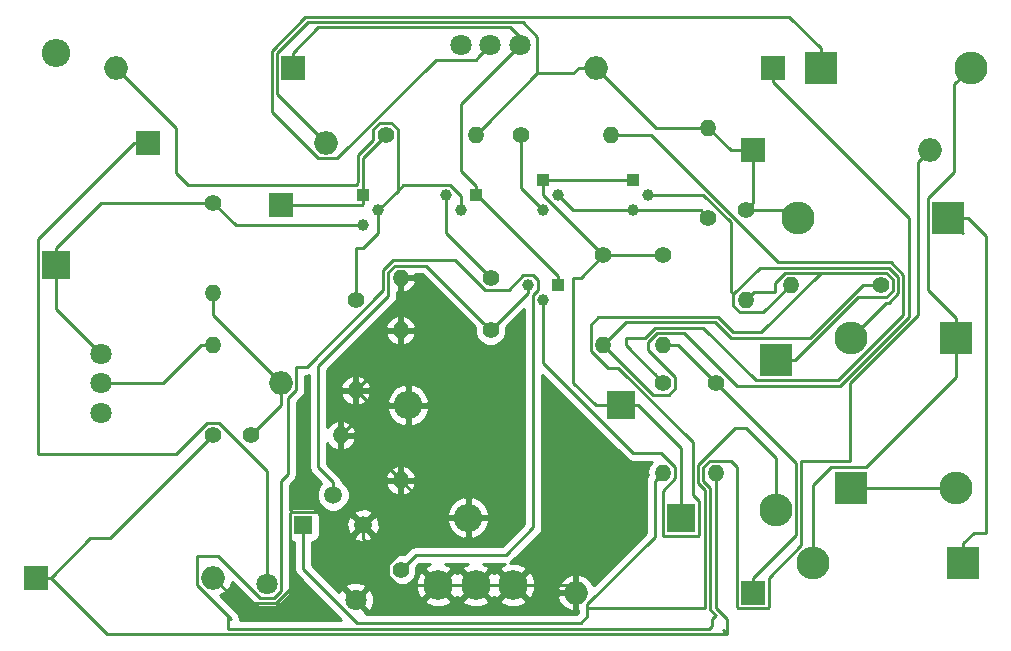
<source format=gbr>
G04 #@! TF.FileFunction,Copper,L1,Top,Signal*
%FSLAX46Y46*%
G04 Gerber Fmt 4.6, Leading zero omitted, Abs format (unit mm)*
G04 Created by KiCad (PCBNEW 4.0.5) date 06/13/17 03:11:54*
%MOMM*%
%LPD*%
G01*
G04 APERTURE LIST*
%ADD10C,0.100000*%
%ADD11R,2.000000X2.000000*%
%ADD12O,2.000000X2.000000*%
%ADD13C,1.400000*%
%ADD14O,1.400000X1.400000*%
%ADD15R,2.400000X2.400000*%
%ADD16O,2.400000X2.400000*%
%ADD17R,2.800000X2.800000*%
%ADD18O,2.800000X2.800000*%
%ADD19C,1.000000*%
%ADD20R,1.000000X1.000000*%
%ADD21C,1.800000*%
%ADD22C,2.499360*%
%ADD23C,1.520000*%
%ADD24R,1.520000X1.520000*%
%ADD25C,0.250000*%
%ADD26C,0.254000*%
G04 APERTURE END LIST*
D10*
D11*
X74535000Y-54610000D03*
D12*
X89535000Y-54610000D03*
D13*
X125095000Y-60325000D03*
D14*
X125095000Y-67945000D03*
D11*
X125730000Y-92710000D03*
D12*
X110730000Y-92710000D03*
D15*
X66675000Y-64990000D03*
D16*
X66675000Y-46990000D03*
D15*
X119600000Y-86360000D03*
D16*
X101600000Y-86360000D03*
D15*
X114520000Y-76835000D03*
D16*
X96520000Y-76835000D03*
D11*
X65010000Y-91440000D03*
D12*
X80010000Y-91440000D03*
D11*
X85725000Y-59930000D03*
D12*
X85725000Y-74930000D03*
D11*
X86755000Y-48260000D03*
D12*
X71755000Y-48260000D03*
D11*
X127395000Y-48260000D03*
D12*
X112395000Y-48260000D03*
D11*
X125730000Y-55245000D03*
D12*
X140730000Y-55245000D03*
D17*
X133985000Y-83820000D03*
D18*
X133985000Y-71120000D03*
D17*
X142875000Y-71120000D03*
D18*
X142875000Y-83820000D03*
D17*
X131445000Y-48260000D03*
D18*
X144145000Y-48260000D03*
D17*
X143510000Y-90170000D03*
D18*
X130810000Y-90170000D03*
D17*
X142240000Y-60960000D03*
D18*
X129540000Y-60960000D03*
D17*
X127635000Y-73025000D03*
D18*
X127635000Y-85725000D03*
D19*
X116840000Y-59055000D03*
X115570000Y-60325000D03*
D20*
X115570000Y-57785000D03*
D19*
X107950000Y-67945000D03*
X106680000Y-66675000D03*
D20*
X109220000Y-66675000D03*
D19*
X109220000Y-59055000D03*
X107950000Y-60325000D03*
D20*
X107950000Y-57785000D03*
D13*
X122555000Y-74930000D03*
D14*
X122555000Y-82550000D03*
D13*
X118110000Y-64135000D03*
D14*
X118110000Y-71755000D03*
D13*
X80010000Y-79375000D03*
D14*
X80010000Y-71755000D03*
D13*
X80010000Y-59690000D03*
D14*
X80010000Y-67310000D03*
D13*
X83185000Y-79375000D03*
D14*
X90805000Y-79375000D03*
D13*
X92075000Y-67945000D03*
D14*
X92075000Y-75565000D03*
D13*
X113030000Y-64135000D03*
D14*
X113030000Y-71755000D03*
D13*
X136525000Y-66675000D03*
D14*
X128905000Y-66675000D03*
D13*
X103505000Y-66040000D03*
D14*
X95885000Y-66040000D03*
D13*
X94615000Y-53975000D03*
D14*
X102235000Y-53975000D03*
D13*
X121920000Y-60960000D03*
D14*
X121920000Y-53340000D03*
D13*
X103505000Y-70485000D03*
D14*
X95885000Y-70485000D03*
D13*
X106045000Y-53975000D03*
D14*
X113665000Y-53975000D03*
D13*
X118110000Y-74930000D03*
D14*
X118110000Y-82550000D03*
D13*
X95885000Y-90805000D03*
D14*
X95885000Y-83185000D03*
D21*
X84575000Y-91945000D03*
X92075000Y-93345000D03*
D19*
X93980000Y-60325000D03*
X92710000Y-61595000D03*
D20*
X92710000Y-59055000D03*
D19*
X100965000Y-60325000D03*
X99695000Y-59055000D03*
D20*
X102235000Y-59055000D03*
D22*
X105410000Y-92075000D03*
X102235000Y-92075000D03*
X99060000Y-92075000D03*
D23*
X90170000Y-84455000D03*
X92710000Y-86995000D03*
D24*
X87630000Y-86995000D03*
D21*
X70485000Y-77470000D03*
X70485000Y-74970000D03*
X70485000Y-72470000D03*
X100965000Y-46355000D03*
X103465000Y-46355000D03*
X105965000Y-46355000D03*
D25*
X118110000Y-71755000D02*
X119380000Y-71755000D01*
X119380000Y-71755000D02*
X122555000Y-74930000D01*
X122555000Y-74930000D02*
X129360001Y-81735001D01*
X129360001Y-81735001D02*
X129360001Y-87829999D01*
X125730000Y-91460000D02*
X125730000Y-92710000D01*
X129360001Y-87829999D02*
X125730000Y-91460000D01*
X92710000Y-86995000D02*
X92710000Y-88163000D01*
X92710000Y-88163000D02*
X94859999Y-90312999D01*
X92075000Y-93345000D02*
X92974999Y-92445001D01*
X92974999Y-92445001D02*
X93711999Y-92445001D01*
X93711999Y-92445001D02*
X94859999Y-91297001D01*
X80010000Y-91440000D02*
X82190011Y-93620011D01*
X85349401Y-93620011D02*
X86544999Y-92424413D01*
X82190011Y-93620011D02*
X85349401Y-93620011D01*
X86544999Y-92424413D02*
X86544999Y-85974999D01*
X86609999Y-85909999D02*
X91624999Y-85909999D01*
X86544999Y-85974999D02*
X86609999Y-85909999D01*
X91950001Y-86235001D02*
X92710000Y-86995000D01*
X91624999Y-85909999D02*
X91950001Y-86235001D01*
X101600000Y-86360000D02*
X98812998Y-86360000D01*
X98812998Y-86360000D02*
X94859999Y-90312999D01*
X94859999Y-90312999D02*
X94859999Y-91297001D01*
X94859999Y-91297001D02*
X95637998Y-92075000D01*
X95637998Y-92075000D02*
X97292686Y-92075000D01*
X97292686Y-92075000D02*
X99060000Y-92075000D01*
X105410000Y-92075000D02*
X110095000Y-92075000D01*
X110095000Y-92075000D02*
X110730000Y-92710000D01*
X102235000Y-92075000D02*
X105410000Y-92075000D01*
X99060000Y-92075000D02*
X102235000Y-92075000D01*
X95885000Y-83185000D02*
X99060000Y-86360000D01*
X99060000Y-86360000D02*
X101600000Y-86360000D01*
X90805000Y-79375000D02*
X92075000Y-79375000D01*
X92075000Y-79375000D02*
X95885000Y-83185000D01*
X110095000Y-93345000D02*
X110730000Y-92710000D01*
X90805000Y-79375000D02*
X91504999Y-78675001D01*
X91504999Y-78675001D02*
X93345000Y-76835000D01*
X92075000Y-75565000D02*
X93345000Y-76835000D01*
X93345000Y-76835000D02*
X96520000Y-76835000D01*
X95885000Y-70485000D02*
X95885000Y-71755000D01*
X95885000Y-71755000D02*
X92075000Y-75565000D01*
X95885000Y-66040000D02*
X95885000Y-67029949D01*
X95885000Y-67029949D02*
X95885000Y-70485000D01*
X66675000Y-64990000D02*
X66675000Y-68660000D01*
X66675000Y-68660000D02*
X70485000Y-72470000D01*
X80010000Y-59690000D02*
X70525000Y-59690000D01*
X70525000Y-59690000D02*
X66675000Y-63540000D01*
X66675000Y-63540000D02*
X66675000Y-64990000D01*
X92710000Y-61595000D02*
X81915000Y-61595000D01*
X81915000Y-61595000D02*
X80010000Y-59690000D01*
X114520000Y-76835000D02*
X112395000Y-76835000D01*
X112395000Y-76835000D02*
X110490000Y-74930000D01*
X110490000Y-74930000D02*
X110490000Y-66040000D01*
X110490000Y-66040000D02*
X111125000Y-66040000D01*
X111125000Y-66040000D02*
X113030000Y-64135000D01*
X114520000Y-76835000D02*
X115970000Y-76835000D01*
X115970000Y-76835000D02*
X119600000Y-80465000D01*
X119600000Y-80465000D02*
X119600000Y-84910000D01*
X119600000Y-84910000D02*
X119600000Y-86360000D01*
X113030000Y-64135000D02*
X118110000Y-64135000D01*
X107950000Y-57785000D02*
X107950000Y-59055000D01*
X107950000Y-59055000D02*
X113030000Y-64135000D01*
X107950000Y-57785000D02*
X115570000Y-57785000D01*
X69625500Y-88074500D02*
X71310500Y-88074500D01*
X71310500Y-88074500D02*
X80010000Y-79375000D01*
X66260000Y-91440000D02*
X69625500Y-88074500D01*
X123494681Y-96215319D02*
X71035319Y-96215319D01*
X71035319Y-96215319D02*
X66260000Y-91440000D01*
X66260000Y-91440000D02*
X65010000Y-91440000D01*
X123494681Y-96215319D02*
X123164362Y-95885000D01*
X123494681Y-94919681D02*
X123494681Y-96215319D01*
X123494681Y-94919681D02*
X122555000Y-93980000D01*
X122555000Y-93980000D02*
X122555000Y-82550000D01*
X85725000Y-59930000D02*
X92585000Y-59930000D01*
X92585000Y-59930000D02*
X92710000Y-59805000D01*
X92710000Y-59805000D02*
X92710000Y-59055000D01*
X94615000Y-53975000D02*
X92710000Y-55880000D01*
X92710000Y-55880000D02*
X92710000Y-59055000D01*
X85725000Y-74930000D02*
X85725000Y-76835000D01*
X85725000Y-76835000D02*
X83185000Y-79375000D01*
X80010000Y-67310000D02*
X80010000Y-69215000D01*
X80010000Y-69215000D02*
X85725000Y-74930000D01*
X105184999Y-44859999D02*
X105965000Y-45640000D01*
X105965000Y-45640000D02*
X105965000Y-46355000D01*
X86755000Y-48260000D02*
X86755000Y-47010000D01*
X86755000Y-47010000D02*
X88905001Y-44859999D01*
X88905001Y-44859999D02*
X105184999Y-44859999D01*
X100965000Y-57035000D02*
X100965000Y-51355000D01*
X100965000Y-51355000D02*
X105965000Y-46355000D01*
X102235000Y-59055000D02*
X102235000Y-58305000D01*
X102235000Y-58305000D02*
X100965000Y-57035000D01*
X109220000Y-66675000D02*
X109220000Y-65925000D01*
X109220000Y-65925000D02*
X102350000Y-59055000D01*
X102350000Y-59055000D02*
X102235000Y-59055000D01*
X71755000Y-48260000D02*
X76835000Y-53340000D01*
X92201501Y-58039499D02*
X92259990Y-57981010D01*
X76835000Y-53340000D02*
X76835000Y-57150000D01*
X95107001Y-52949999D02*
X95640001Y-53482999D01*
X95640001Y-53482999D02*
X95640001Y-58664999D01*
X76835000Y-57150000D02*
X77914999Y-58229999D01*
X77914999Y-58229999D02*
X92201501Y-58229999D01*
X92201501Y-58229999D02*
X92201501Y-58039499D01*
X92259991Y-55693599D02*
X93589999Y-54363591D01*
X94122999Y-52949999D02*
X95107001Y-52949999D01*
X92259990Y-57981010D02*
X92259991Y-55693599D01*
X93589999Y-54363591D02*
X93589999Y-53482999D01*
X93589999Y-53482999D02*
X94122999Y-52949999D01*
X92075000Y-67945000D02*
X92075000Y-63500000D01*
X92075000Y-63500000D02*
X92710000Y-63500000D01*
X92710000Y-63500000D02*
X93980000Y-62230000D01*
X93980000Y-62230000D02*
X93980000Y-60325000D01*
X100965000Y-60325000D02*
X100965000Y-59103998D01*
X100965000Y-59103998D02*
X100091001Y-58229999D01*
X100091001Y-58229999D02*
X96075001Y-58229999D01*
X96075001Y-58229999D02*
X95640001Y-58664999D01*
X93980000Y-60325000D02*
X95640001Y-58664999D01*
X113030000Y-71755000D02*
X114955020Y-69829980D01*
X114955020Y-69829980D02*
X122534980Y-69829980D01*
X122534980Y-69829980D02*
X123825000Y-71120000D01*
X123825000Y-71120000D02*
X130553590Y-71120000D01*
X130553590Y-71120000D02*
X134998590Y-66675000D01*
X134998590Y-66675000D02*
X135535051Y-66675000D01*
X135535051Y-66675000D02*
X136525000Y-66675000D01*
X113030000Y-71755000D02*
X117230001Y-75955001D01*
X117230001Y-75955001D02*
X118602001Y-75955001D01*
X118602001Y-75955001D02*
X119135001Y-75422001D01*
X119872001Y-70729999D02*
X124342013Y-75200011D01*
X119135001Y-75422001D02*
X119135001Y-74437999D01*
X116840000Y-72142998D02*
X116840000Y-71507998D01*
X124342013Y-75200011D02*
X133094401Y-75200011D01*
X119135001Y-74437999D02*
X116840000Y-72142998D01*
X116840000Y-71507998D02*
X117617999Y-70729999D01*
X138900029Y-69394383D02*
X138900029Y-61015029D01*
X138900029Y-61015029D02*
X127395000Y-49510000D01*
X117617999Y-70729999D02*
X119872001Y-70729999D01*
X133094401Y-75200011D02*
X138900029Y-69394383D01*
X127395000Y-49510000D02*
X127395000Y-48260000D01*
X125095000Y-60325000D02*
X128905000Y-60325000D01*
X128905000Y-60325000D02*
X129540000Y-60960000D01*
X125730000Y-55245000D02*
X125730000Y-59690000D01*
X125730000Y-59690000D02*
X125095000Y-60325000D01*
X121920000Y-53340000D02*
X123825000Y-55245000D01*
X123825000Y-55245000D02*
X125730000Y-55245000D01*
X112395000Y-48260000D02*
X117475000Y-53340000D01*
X117475000Y-53340000D02*
X121920000Y-53340000D01*
X112395000Y-48260000D02*
X110980787Y-48260000D01*
X110980787Y-48260000D02*
X110490788Y-48749999D01*
X110490788Y-48749999D02*
X107460001Y-48749999D01*
X89535000Y-54610000D02*
X85429999Y-50504999D01*
X85429999Y-50504999D02*
X85429999Y-46999999D01*
X107460001Y-48749999D02*
X102934999Y-53275001D01*
X85429999Y-46999999D02*
X88020008Y-44409990D01*
X106232592Y-44409990D02*
X107460001Y-45637399D01*
X88020008Y-44409990D02*
X106232592Y-44409990D01*
X107460001Y-45637399D02*
X107460001Y-48749999D01*
X102934999Y-53275001D02*
X102235000Y-53975000D01*
X86360000Y-82700002D02*
X86360000Y-76200000D01*
X85800001Y-83260001D02*
X86360000Y-82700002D01*
X85163001Y-93170001D02*
X85800001Y-92533001D01*
X85800001Y-92533001D02*
X85800001Y-83260001D01*
X78684999Y-92076001D02*
X81280000Y-94671002D01*
X81280000Y-94671002D02*
X81528678Y-94919680D01*
X81280000Y-95765309D02*
X81280000Y-94671002D01*
X122039691Y-95765309D02*
X81280000Y-95765309D01*
X122250320Y-94919680D02*
X122250320Y-95554680D01*
X122250320Y-95554680D02*
X122039691Y-95765309D01*
X133926401Y-81548601D02*
X133926401Y-75004421D01*
X133926401Y-75004421D02*
X139730001Y-69200821D01*
X139730001Y-69200821D02*
X139730001Y-56244999D01*
X139730001Y-56244999D02*
X140730000Y-55245000D01*
X107124999Y-67501411D02*
X107505001Y-67121409D01*
X107505001Y-67121409D02*
X107505001Y-66278999D01*
X95885000Y-90805000D02*
X97155000Y-89535000D01*
X124469999Y-94035001D02*
X126990001Y-94035001D01*
X100512987Y-64564989D02*
X95206599Y-64564989D01*
X95206599Y-64564989D02*
X94409990Y-65361598D01*
X97155000Y-89535000D02*
X104775000Y-89535000D01*
X94409989Y-67127013D02*
X87932003Y-73604999D01*
X104775000Y-89535000D02*
X107124999Y-87185001D01*
X122104990Y-83820000D02*
X121529999Y-83245009D01*
X122250320Y-94919680D02*
X122554295Y-94615705D01*
X124404999Y-82053589D02*
X124404999Y-93970001D01*
X107124999Y-87185001D02*
X107124999Y-67501411D01*
X121529999Y-83245009D02*
X121529999Y-82057999D01*
X107505001Y-66278999D02*
X107076001Y-65849999D01*
X105068997Y-67065001D02*
X103012999Y-67065001D01*
X126990001Y-94035001D02*
X127055001Y-93970001D01*
X107076001Y-65849999D02*
X106283999Y-65849999D01*
X106283999Y-65849999D02*
X105068997Y-67065001D01*
X103012999Y-67065001D02*
X100512987Y-64564989D01*
X122554295Y-94615705D02*
X122104990Y-94166400D01*
X94409990Y-65361598D02*
X94409989Y-67127013D01*
X87932003Y-73604999D02*
X87050001Y-73604999D01*
X87050001Y-73604999D02*
X87050001Y-75566001D01*
X78684999Y-89590001D02*
X78684999Y-92076001D01*
X87050001Y-75566001D02*
X86361001Y-76255001D01*
X85163001Y-93170001D02*
X83986999Y-93170001D01*
X83986999Y-93170001D02*
X80406999Y-89590001D01*
X80406999Y-89590001D02*
X78684999Y-89590001D01*
X122104990Y-94166400D02*
X122104990Y-83820000D01*
X129810011Y-81548601D02*
X133926401Y-81548601D01*
X121529999Y-82057999D02*
X122062999Y-81524999D01*
X122062999Y-81524999D02*
X123876409Y-81524999D01*
X123876409Y-81524999D02*
X124404999Y-82053589D01*
X124404999Y-93970001D02*
X124469999Y-94035001D01*
X127055001Y-93970001D02*
X127055001Y-91449999D01*
X127055001Y-91449999D02*
X129810011Y-88694989D01*
X129810011Y-88694989D02*
X129810011Y-81548601D01*
X65151000Y-80962500D02*
X76905498Y-80962500D01*
X76905498Y-80962500D02*
X79517999Y-78349999D01*
X79517999Y-78349999D02*
X80502001Y-78349999D01*
X80502001Y-78349999D02*
X84575000Y-82422998D01*
X84575000Y-82422998D02*
X84575000Y-90672208D01*
X84575000Y-90672208D02*
X84575000Y-91945000D01*
X65151000Y-77660500D02*
X65151000Y-80962500D01*
X65149999Y-77659499D02*
X65151000Y-77660500D01*
X74535000Y-54610000D02*
X73285000Y-54610000D01*
X73285000Y-54610000D02*
X65149999Y-62745001D01*
X65149999Y-62745001D02*
X65149999Y-77659499D01*
X135635000Y-83820000D02*
X142875000Y-83820000D01*
X133985000Y-83820000D02*
X135635000Y-83820000D01*
X123825000Y-61347998D02*
X123825000Y-67208000D01*
X123825000Y-67208000D02*
X124069999Y-67452999D01*
X116840000Y-59055000D02*
X121532002Y-59055000D01*
X121532002Y-59055000D02*
X123825000Y-61347998D01*
X137203401Y-68150011D02*
X136954989Y-68150011D01*
X136954989Y-68150011D02*
X133985000Y-71120000D01*
X128905000Y-66675000D02*
X126609999Y-68970001D01*
X124069999Y-68437001D02*
X124069999Y-67452999D01*
X126609999Y-68970001D02*
X124602999Y-68970001D01*
X124602999Y-68970001D02*
X124069999Y-68437001D01*
X124069999Y-67452999D02*
X126323009Y-65199989D01*
X126323009Y-65199989D02*
X137203402Y-65199990D01*
X137203402Y-65199990D02*
X138000011Y-65996599D01*
X138000011Y-65996599D02*
X138000010Y-67353402D01*
X138000010Y-67353402D02*
X137203401Y-68150011D01*
X142875000Y-71120000D02*
X142875000Y-74474999D01*
X142875000Y-74474999D02*
X135255000Y-82094999D01*
X135255000Y-82094999D02*
X132324999Y-82094999D01*
X132324999Y-82094999D02*
X130810000Y-83609998D01*
X130810000Y-83609998D02*
X130810000Y-88190102D01*
X130810000Y-88190102D02*
X130810000Y-90170000D01*
X144145000Y-48260000D02*
X142745001Y-49659999D01*
X142745001Y-49659999D02*
X142745001Y-57069997D01*
X142745001Y-57069997D02*
X140514999Y-59299999D01*
X140514999Y-59299999D02*
X140514999Y-67109999D01*
X140514999Y-67109999D02*
X142875000Y-69470000D01*
X142875000Y-69470000D02*
X142875000Y-71120000D01*
X131445000Y-48260000D02*
X131445000Y-46610000D01*
X131445000Y-46610000D02*
X128794980Y-43959980D01*
X84979989Y-46813599D02*
X84979989Y-52015991D01*
X128794980Y-43959980D02*
X87833607Y-43959981D01*
X87833607Y-43959981D02*
X84979989Y-46813599D01*
X84979989Y-52015991D02*
X88898999Y-55935001D01*
X88898999Y-55935001D02*
X90501587Y-55935001D01*
X90501587Y-55935001D02*
X98856587Y-47580001D01*
X98856587Y-47580001D02*
X102239999Y-47580001D01*
X102239999Y-47580001D02*
X102565001Y-47254999D01*
X102565001Y-47254999D02*
X103465000Y-46355000D01*
X145415000Y-87630000D02*
X144400000Y-87630000D01*
X144400000Y-87630000D02*
X143510000Y-88520000D01*
X143510000Y-88520000D02*
X143510000Y-90170000D01*
X145415000Y-62485000D02*
X145415000Y-87630000D01*
X142240000Y-60960000D02*
X143890000Y-60960000D01*
X143890000Y-60960000D02*
X145415000Y-62485000D01*
X143510000Y-62230000D02*
X142240000Y-60960000D01*
X128412999Y-65649999D02*
X131445000Y-65649999D01*
X131445000Y-65649999D02*
X137017001Y-65649999D01*
X114299295Y-73660705D02*
X113418703Y-73660705D01*
X107950000Y-67945000D02*
X107950000Y-73250002D01*
X107950000Y-73250002D02*
X115570000Y-80870002D01*
X121125001Y-87789999D02*
X121125001Y-84930001D01*
X115570000Y-80870002D02*
X117947004Y-80870002D01*
X117947004Y-80870002D02*
X119135001Y-82057999D01*
X119135001Y-82057999D02*
X119135001Y-83042001D01*
X119135001Y-83042001D02*
X118074999Y-84102003D01*
X118074999Y-84102003D02*
X118074999Y-87820001D01*
X120629980Y-79991390D02*
X114299295Y-73660705D01*
X118074999Y-87820001D02*
X118139999Y-87885001D01*
X120629980Y-84434980D02*
X120629980Y-79991390D01*
X121125001Y-84930001D02*
X120629980Y-84434980D01*
X118139999Y-87885001D02*
X121029999Y-87885001D01*
X121029999Y-87885001D02*
X121125001Y-87789999D01*
X113418703Y-73660705D02*
X112004999Y-72247001D01*
X112004999Y-72247001D02*
X112004999Y-70013613D01*
X112004999Y-70013613D02*
X112638641Y-69379971D01*
X112638641Y-69379971D02*
X122721381Y-69379971D01*
X122721381Y-69379971D02*
X124011400Y-70669990D01*
X124011400Y-70669990D02*
X126425009Y-70669990D01*
X126425009Y-70669990D02*
X131445000Y-65649999D01*
X134609999Y-67700001D02*
X137017001Y-67700001D01*
X127635000Y-73025000D02*
X129285000Y-73025000D01*
X129285000Y-73025000D02*
X134609999Y-67700001D01*
X125095000Y-67945000D02*
X125794999Y-67245001D01*
X125794999Y-67245001D02*
X127570001Y-67245001D01*
X137550001Y-67167001D02*
X137017001Y-67700001D01*
X127570001Y-67245001D02*
X127570001Y-66492997D01*
X127570001Y-66492997D02*
X128412999Y-65649999D01*
X137550001Y-66182999D02*
X137550001Y-67167001D01*
X137017001Y-65649999D02*
X137550001Y-66182999D01*
X87630000Y-86995000D02*
X87630000Y-90713002D01*
X87630000Y-90713002D02*
X92166998Y-95250000D01*
X92166998Y-95250000D02*
X111125000Y-95250000D01*
X111125000Y-95250000D02*
X111704999Y-94670001D01*
X111704999Y-94670001D02*
X111704999Y-94035001D01*
X121654980Y-84006400D02*
X121079989Y-83431409D01*
X121079989Y-83431409D02*
X121079990Y-81871598D01*
X121079990Y-81871598D02*
X124211588Y-78740000D01*
X124211588Y-78740000D02*
X125095000Y-78740000D01*
X121654980Y-93980000D02*
X121654980Y-84006400D01*
X121392182Y-93980000D02*
X121654980Y-93980000D01*
X111704999Y-94035001D02*
X121337181Y-94035001D01*
X121337181Y-94035001D02*
X121392182Y-93980000D01*
X118110000Y-82550000D02*
X117410001Y-83249999D01*
X117410001Y-83249999D02*
X117410001Y-87991001D01*
X117410001Y-87991001D02*
X111704999Y-93696003D01*
X111704999Y-93696003D02*
X111704999Y-94035001D01*
X127635000Y-81280000D02*
X127635000Y-85725000D01*
X125095000Y-78740000D02*
X127635000Y-81280000D01*
X115570000Y-60325000D02*
X121285000Y-60325000D01*
X121285000Y-60325000D02*
X121920000Y-60960000D01*
X115570000Y-60325000D02*
X110490000Y-60325000D01*
X110490000Y-60325000D02*
X109220000Y-59055000D01*
X90170000Y-84455000D02*
X90170000Y-83380198D01*
X90170000Y-83380198D02*
X88900000Y-82110198D01*
X88900000Y-82110198D02*
X88900000Y-73558000D01*
X103505000Y-70485000D02*
X106680000Y-67310000D01*
X106680000Y-67310000D02*
X106680000Y-66675000D01*
X88900000Y-73558000D02*
X94859999Y-67598001D01*
X94859999Y-67598001D02*
X94859999Y-65547999D01*
X94859999Y-65547999D02*
X95392999Y-65014999D01*
X98034999Y-65014999D02*
X102805001Y-69785001D01*
X95392999Y-65014999D02*
X98034999Y-65014999D01*
X102805001Y-69785001D02*
X103505000Y-70485000D01*
X107950000Y-60325000D02*
X106045000Y-58420000D01*
X106045000Y-58420000D02*
X106045000Y-53975000D01*
X80010000Y-71755000D02*
X79020051Y-71755000D01*
X79020051Y-71755000D02*
X75805051Y-74970000D01*
X75805051Y-74970000D02*
X71757792Y-74970000D01*
X71757792Y-74970000D02*
X70485000Y-74970000D01*
X103505000Y-66040000D02*
X99695000Y-62230000D01*
X99695000Y-62230000D02*
X99695000Y-59055000D01*
X118110000Y-74930000D02*
X114935000Y-71755000D01*
X114935000Y-71755000D02*
X114935000Y-71120000D01*
X125974999Y-74750001D02*
X132908001Y-74750001D01*
X138450020Y-69207982D02*
X138450020Y-65810200D01*
X114935000Y-71120000D02*
X116591588Y-71120000D01*
X116591588Y-71120000D02*
X117431599Y-70279989D01*
X117088412Y-53975000D02*
X113665000Y-53975000D01*
X117431599Y-70279989D02*
X121504987Y-70279989D01*
X121504987Y-70279989D02*
X125974999Y-74750001D01*
X132908001Y-74750001D02*
X138450020Y-69207982D01*
X138450020Y-65810200D02*
X137389803Y-64749981D01*
X137389803Y-64749981D02*
X127863393Y-64749981D01*
X127863393Y-64749981D02*
X117088412Y-53975000D01*
X117410001Y-74230001D02*
X118110000Y-74930000D01*
D26*
G36*
X86618110Y-88351431D02*
X86870000Y-88402440D01*
X86870000Y-90713002D01*
X86927852Y-91003841D01*
X87092599Y-91250403D01*
X90847505Y-95005309D01*
X82271645Y-95005309D01*
X82288678Y-94919680D01*
X82230826Y-94628841D01*
X82066079Y-94382279D01*
X80612001Y-92928201D01*
X80969994Y-92763505D01*
X81403402Y-92295385D01*
X81589143Y-91846947D01*
X83449598Y-93707402D01*
X83696160Y-93872149D01*
X83986999Y-93930001D01*
X85163001Y-93930001D01*
X85453840Y-93872149D01*
X85700402Y-93707402D01*
X86337402Y-93070402D01*
X86502149Y-92823840D01*
X86560001Y-92533001D01*
X86560001Y-88311727D01*
X86618110Y-88351431D01*
X86618110Y-88351431D01*
G37*
X86618110Y-88351431D02*
X86870000Y-88402440D01*
X86870000Y-90713002D01*
X86927852Y-91003841D01*
X87092599Y-91250403D01*
X90847505Y-95005309D01*
X82271645Y-95005309D01*
X82288678Y-94919680D01*
X82230826Y-94628841D01*
X82066079Y-94382279D01*
X80612001Y-92928201D01*
X80969994Y-92763505D01*
X81403402Y-92295385D01*
X81589143Y-91846947D01*
X83449598Y-93707402D01*
X83696160Y-93872149D01*
X83986999Y-93930001D01*
X85163001Y-93930001D01*
X85453840Y-93872149D01*
X85700402Y-93707402D01*
X86337402Y-93070402D01*
X86502149Y-92823840D01*
X86560001Y-92533001D01*
X86560001Y-88311727D01*
X86618110Y-88351431D01*
G36*
X102170226Y-70225028D02*
X102169769Y-70749383D01*
X102372582Y-71240229D01*
X102747796Y-71616098D01*
X103238287Y-71819768D01*
X103769383Y-71820231D01*
X104260229Y-71617418D01*
X104636098Y-71242204D01*
X104839768Y-70751713D01*
X104840228Y-70224574D01*
X106364999Y-68699803D01*
X106364999Y-86870199D01*
X104460198Y-88775000D01*
X97155000Y-88775000D01*
X96864160Y-88832852D01*
X96617599Y-88997599D01*
X96144972Y-89470226D01*
X95620617Y-89469769D01*
X95129771Y-89672582D01*
X94753902Y-90047796D01*
X94550232Y-90538287D01*
X94549769Y-91069383D01*
X94752582Y-91560229D01*
X95127796Y-91936098D01*
X95618287Y-92139768D01*
X96149383Y-92140231D01*
X96640229Y-91937418D01*
X96827089Y-91750883D01*
X97165929Y-91750883D01*
X97186072Y-92500384D01*
X97434141Y-93099275D01*
X97726911Y-93228483D01*
X98880395Y-92075000D01*
X99239605Y-92075000D01*
X100393089Y-93228483D01*
X100647500Y-93116204D01*
X100901911Y-93228483D01*
X102055395Y-92075000D01*
X102414605Y-92075000D01*
X103568089Y-93228483D01*
X103822500Y-93116204D01*
X104076911Y-93228483D01*
X105230395Y-92075000D01*
X105589605Y-92075000D01*
X106743089Y-93228483D01*
X107035859Y-93099275D01*
X107039245Y-93090434D01*
X109139876Y-93090434D01*
X109336598Y-93565385D01*
X109770006Y-94033505D01*
X110349565Y-94300133D01*
X110603000Y-94181319D01*
X110603000Y-92837000D01*
X109259223Y-92837000D01*
X109139876Y-93090434D01*
X107039245Y-93090434D01*
X107304071Y-92399117D01*
X107302202Y-92329566D01*
X109139876Y-92329566D01*
X109259223Y-92583000D01*
X110603000Y-92583000D01*
X110603000Y-91238681D01*
X110349565Y-91119867D01*
X109770006Y-91386495D01*
X109336598Y-91854615D01*
X109139876Y-92329566D01*
X107302202Y-92329566D01*
X107283928Y-91649616D01*
X107035859Y-91050725D01*
X106743089Y-90921517D01*
X105589605Y-92075000D01*
X105230395Y-92075000D01*
X104076911Y-90921517D01*
X103822500Y-91033796D01*
X103568089Y-90921517D01*
X102414605Y-92075000D01*
X102055395Y-92075000D01*
X100901911Y-90921517D01*
X100647500Y-91033796D01*
X100393089Y-90921517D01*
X99239605Y-92075000D01*
X98880395Y-92075000D01*
X97726911Y-90921517D01*
X97434141Y-91050725D01*
X97165929Y-91750883D01*
X96827089Y-91750883D01*
X97016098Y-91562204D01*
X97219768Y-91071713D01*
X97220228Y-90544574D01*
X97469802Y-90295000D01*
X98407854Y-90295000D01*
X98035725Y-90449141D01*
X97906517Y-90741911D01*
X99060000Y-91895395D01*
X100213483Y-90741911D01*
X100084275Y-90449141D01*
X99681895Y-90295000D01*
X101582854Y-90295000D01*
X101210725Y-90449141D01*
X101081517Y-90741911D01*
X102235000Y-91895395D01*
X103388483Y-90741911D01*
X103259275Y-90449141D01*
X102856895Y-90295000D01*
X104757854Y-90295000D01*
X104385725Y-90449141D01*
X104256517Y-90741911D01*
X105410000Y-91895395D01*
X106563483Y-90741911D01*
X106434275Y-90449141D01*
X105734117Y-90180929D01*
X105125497Y-90197286D01*
X105312401Y-90072401D01*
X107662400Y-87722402D01*
X107827147Y-87475841D01*
X107847732Y-87372352D01*
X107884999Y-87185001D01*
X107884999Y-74259803D01*
X115032599Y-81407403D01*
X115279160Y-81572150D01*
X115570000Y-81630002D01*
X117132507Y-81630002D01*
X116876621Y-82012964D01*
X116775000Y-82523846D01*
X116775000Y-82576154D01*
X116818304Y-82793858D01*
X116707853Y-82959160D01*
X116650001Y-83249999D01*
X116650001Y-87676199D01*
X112225379Y-92100821D01*
X112123402Y-91854615D01*
X111689994Y-91386495D01*
X111110435Y-91119867D01*
X110857000Y-91238681D01*
X110857000Y-92583000D01*
X110877000Y-92583000D01*
X110877000Y-92837000D01*
X110857000Y-92837000D01*
X110857000Y-94181319D01*
X110944999Y-94222574D01*
X110944999Y-94355199D01*
X110810198Y-94490000D01*
X92953710Y-94490000D01*
X92975554Y-94425159D01*
X92075000Y-93524605D01*
X92060858Y-93538748D01*
X91881253Y-93359143D01*
X91895395Y-93345000D01*
X92254605Y-93345000D01*
X93155159Y-94245554D01*
X93411643Y-94159148D01*
X93621458Y-93585664D01*
X93614002Y-93408089D01*
X97906517Y-93408089D01*
X98035725Y-93700859D01*
X98735883Y-93969071D01*
X99485384Y-93948928D01*
X100084275Y-93700859D01*
X100213483Y-93408089D01*
X101081517Y-93408089D01*
X101210725Y-93700859D01*
X101910883Y-93969071D01*
X102660384Y-93948928D01*
X103259275Y-93700859D01*
X103388483Y-93408089D01*
X104256517Y-93408089D01*
X104385725Y-93700859D01*
X105085883Y-93969071D01*
X105835384Y-93948928D01*
X106434275Y-93700859D01*
X106563483Y-93408089D01*
X105410000Y-92254605D01*
X104256517Y-93408089D01*
X103388483Y-93408089D01*
X102235000Y-92254605D01*
X101081517Y-93408089D01*
X100213483Y-93408089D01*
X99060000Y-92254605D01*
X97906517Y-93408089D01*
X93614002Y-93408089D01*
X93595839Y-92975540D01*
X93411643Y-92530852D01*
X93155159Y-92444446D01*
X92254605Y-93345000D01*
X91895395Y-93345000D01*
X90994841Y-92444446D01*
X90738357Y-92530852D01*
X90680578Y-92688778D01*
X90256641Y-92264841D01*
X91174446Y-92264841D01*
X92075000Y-93165395D01*
X92975554Y-92264841D01*
X92889148Y-92008357D01*
X92315664Y-91798542D01*
X91705540Y-91824161D01*
X91260852Y-92008357D01*
X91174446Y-92264841D01*
X90256641Y-92264841D01*
X88390000Y-90398200D01*
X88390000Y-88402440D01*
X88625317Y-88358162D01*
X88841441Y-88219090D01*
X88986431Y-88006890D01*
X88993139Y-87973764D01*
X91910841Y-87973764D01*
X91980059Y-88215742D01*
X92502780Y-88402155D01*
X93057049Y-88374341D01*
X93439941Y-88215742D01*
X93509159Y-87973764D01*
X92710000Y-87174605D01*
X91910841Y-87973764D01*
X88993139Y-87973764D01*
X89037440Y-87755000D01*
X89037440Y-86787780D01*
X91302845Y-86787780D01*
X91330659Y-87342049D01*
X91489258Y-87724941D01*
X91731236Y-87794159D01*
X92530395Y-86995000D01*
X92889605Y-86995000D01*
X93688764Y-87794159D01*
X93930742Y-87724941D01*
X94117155Y-87202220D01*
X94095557Y-86771805D01*
X99811805Y-86771805D01*
X100044358Y-87333258D01*
X100535224Y-87854492D01*
X101188193Y-88148203D01*
X101473000Y-88031858D01*
X101473000Y-86487000D01*
X101727000Y-86487000D01*
X101727000Y-88031858D01*
X102011807Y-88148203D01*
X102664776Y-87854492D01*
X103155642Y-87333258D01*
X103388195Y-86771805D01*
X103271432Y-86487000D01*
X101727000Y-86487000D01*
X101473000Y-86487000D01*
X99928568Y-86487000D01*
X99811805Y-86771805D01*
X94095557Y-86771805D01*
X94089341Y-86647951D01*
X93930742Y-86265059D01*
X93688764Y-86195841D01*
X92889605Y-86995000D01*
X92530395Y-86995000D01*
X91731236Y-86195841D01*
X91489258Y-86265059D01*
X91302845Y-86787780D01*
X89037440Y-86787780D01*
X89037440Y-86235000D01*
X88996277Y-86016236D01*
X91910841Y-86016236D01*
X92710000Y-86815395D01*
X93509159Y-86016236D01*
X93489696Y-85948195D01*
X99811805Y-85948195D01*
X99928568Y-86233000D01*
X101473000Y-86233000D01*
X101473000Y-84688142D01*
X101727000Y-84688142D01*
X101727000Y-86233000D01*
X103271432Y-86233000D01*
X103388195Y-85948195D01*
X103155642Y-85386742D01*
X102664776Y-84865508D01*
X102011807Y-84571797D01*
X101727000Y-84688142D01*
X101473000Y-84688142D01*
X101188193Y-84571797D01*
X100535224Y-84865508D01*
X100044358Y-85386742D01*
X99811805Y-85948195D01*
X93489696Y-85948195D01*
X93439941Y-85774258D01*
X92917220Y-85587845D01*
X92362951Y-85615659D01*
X91980059Y-85774258D01*
X91910841Y-86016236D01*
X88996277Y-86016236D01*
X88993162Y-85999683D01*
X88854090Y-85783559D01*
X88641890Y-85638569D01*
X88390000Y-85587560D01*
X86870000Y-85587560D01*
X86634683Y-85631838D01*
X86560001Y-85679895D01*
X86560001Y-83574803D01*
X86897401Y-83237403D01*
X87062148Y-82990842D01*
X87120000Y-82700002D01*
X87120000Y-76570804D01*
X87587402Y-76103402D01*
X87752149Y-75856840D01*
X87810001Y-75566001D01*
X87810001Y-74364999D01*
X87932003Y-74364999D01*
X88140000Y-74323625D01*
X88140000Y-82110198D01*
X88197852Y-82401037D01*
X88362599Y-82647599D01*
X89183585Y-83468585D01*
X88988066Y-83663764D01*
X88775242Y-84176300D01*
X88774758Y-84731265D01*
X88986687Y-85244172D01*
X89378764Y-85636934D01*
X89891300Y-85849758D01*
X90446265Y-85850242D01*
X90959172Y-85638313D01*
X91351934Y-85246236D01*
X91564758Y-84733700D01*
X91565242Y-84178735D01*
X91353313Y-83665828D01*
X91206074Y-83518331D01*
X94592273Y-83518331D01*
X94818236Y-83987663D01*
X95206604Y-84334797D01*
X95551671Y-84477716D01*
X95758000Y-84354374D01*
X95758000Y-83312000D01*
X96012000Y-83312000D01*
X96012000Y-84354374D01*
X96218329Y-84477716D01*
X96563396Y-84334797D01*
X96951764Y-83987663D01*
X97177727Y-83518331D01*
X97055206Y-83312000D01*
X96012000Y-83312000D01*
X95758000Y-83312000D01*
X94714794Y-83312000D01*
X94592273Y-83518331D01*
X91206074Y-83518331D01*
X90961236Y-83273066D01*
X90903959Y-83249283D01*
X90872148Y-83089358D01*
X90713330Y-82851669D01*
X94592273Y-82851669D01*
X94714794Y-83058000D01*
X95758000Y-83058000D01*
X95758000Y-82015626D01*
X96012000Y-82015626D01*
X96012000Y-83058000D01*
X97055206Y-83058000D01*
X97177727Y-82851669D01*
X96951764Y-82382337D01*
X96563396Y-82035203D01*
X96218329Y-81892284D01*
X96012000Y-82015626D01*
X95758000Y-82015626D01*
X95551671Y-81892284D01*
X95206604Y-82035203D01*
X94818236Y-82382337D01*
X94592273Y-82851669D01*
X90713330Y-82851669D01*
X90707401Y-82842797D01*
X89660000Y-81795396D01*
X89660000Y-80058763D01*
X90002337Y-80441764D01*
X90471669Y-80667727D01*
X90678000Y-80545206D01*
X90678000Y-79502000D01*
X90932000Y-79502000D01*
X90932000Y-80545206D01*
X91138331Y-80667727D01*
X91607663Y-80441764D01*
X91954797Y-80053396D01*
X92097716Y-79708329D01*
X91974374Y-79502000D01*
X90932000Y-79502000D01*
X90678000Y-79502000D01*
X90658000Y-79502000D01*
X90658000Y-79248000D01*
X90678000Y-79248000D01*
X90678000Y-78204794D01*
X90932000Y-78204794D01*
X90932000Y-79248000D01*
X91974374Y-79248000D01*
X92097716Y-79041671D01*
X91954797Y-78696604D01*
X91607663Y-78308236D01*
X91138331Y-78082273D01*
X90932000Y-78204794D01*
X90678000Y-78204794D01*
X90471669Y-78082273D01*
X90002337Y-78308236D01*
X89660000Y-78691237D01*
X89660000Y-77246805D01*
X94731805Y-77246805D01*
X94964358Y-77808258D01*
X95455224Y-78329492D01*
X96108193Y-78623203D01*
X96393000Y-78506858D01*
X96393000Y-76962000D01*
X96647000Y-76962000D01*
X96647000Y-78506858D01*
X96931807Y-78623203D01*
X97584776Y-78329492D01*
X98075642Y-77808258D01*
X98308195Y-77246805D01*
X98191432Y-76962000D01*
X96647000Y-76962000D01*
X96393000Y-76962000D01*
X94848568Y-76962000D01*
X94731805Y-77246805D01*
X89660000Y-77246805D01*
X89660000Y-75898331D01*
X90782273Y-75898331D01*
X91008236Y-76367663D01*
X91396604Y-76714797D01*
X91741671Y-76857716D01*
X91948000Y-76734374D01*
X91948000Y-75692000D01*
X92202000Y-75692000D01*
X92202000Y-76734374D01*
X92408329Y-76857716D01*
X92753396Y-76714797D01*
X93079635Y-76423195D01*
X94731805Y-76423195D01*
X94848568Y-76708000D01*
X96393000Y-76708000D01*
X96393000Y-75163142D01*
X96647000Y-75163142D01*
X96647000Y-76708000D01*
X98191432Y-76708000D01*
X98308195Y-76423195D01*
X98075642Y-75861742D01*
X97584776Y-75340508D01*
X96931807Y-75046797D01*
X96647000Y-75163142D01*
X96393000Y-75163142D01*
X96108193Y-75046797D01*
X95455224Y-75340508D01*
X94964358Y-75861742D01*
X94731805Y-76423195D01*
X93079635Y-76423195D01*
X93141764Y-76367663D01*
X93367727Y-75898331D01*
X93245206Y-75692000D01*
X92202000Y-75692000D01*
X91948000Y-75692000D01*
X90904794Y-75692000D01*
X90782273Y-75898331D01*
X89660000Y-75898331D01*
X89660000Y-75231669D01*
X90782273Y-75231669D01*
X90904794Y-75438000D01*
X91948000Y-75438000D01*
X91948000Y-74395626D01*
X92202000Y-74395626D01*
X92202000Y-75438000D01*
X93245206Y-75438000D01*
X93367727Y-75231669D01*
X93141764Y-74762337D01*
X92753396Y-74415203D01*
X92408329Y-74272284D01*
X92202000Y-74395626D01*
X91948000Y-74395626D01*
X91741671Y-74272284D01*
X91396604Y-74415203D01*
X91008236Y-74762337D01*
X90782273Y-75231669D01*
X89660000Y-75231669D01*
X89660000Y-73872802D01*
X92714473Y-70818329D01*
X94592284Y-70818329D01*
X94735203Y-71163396D01*
X95082337Y-71551764D01*
X95551669Y-71777727D01*
X95758000Y-71655206D01*
X95758000Y-70612000D01*
X96012000Y-70612000D01*
X96012000Y-71655206D01*
X96218331Y-71777727D01*
X96687663Y-71551764D01*
X97034797Y-71163396D01*
X97177716Y-70818329D01*
X97054374Y-70612000D01*
X96012000Y-70612000D01*
X95758000Y-70612000D01*
X94715626Y-70612000D01*
X94592284Y-70818329D01*
X92714473Y-70818329D01*
X93381131Y-70151671D01*
X94592284Y-70151671D01*
X94715626Y-70358000D01*
X95758000Y-70358000D01*
X95758000Y-69314794D01*
X96012000Y-69314794D01*
X96012000Y-70358000D01*
X97054374Y-70358000D01*
X97177716Y-70151671D01*
X97034797Y-69806604D01*
X96687663Y-69418236D01*
X96218331Y-69192273D01*
X96012000Y-69314794D01*
X95758000Y-69314794D01*
X95551669Y-69192273D01*
X95082337Y-69418236D01*
X94735203Y-69806604D01*
X94592284Y-70151671D01*
X93381131Y-70151671D01*
X95397400Y-68135402D01*
X95562147Y-67888841D01*
X95577790Y-67810197D01*
X95619999Y-67598001D01*
X95619999Y-67292152D01*
X95758000Y-67210206D01*
X95758000Y-66167000D01*
X96012000Y-66167000D01*
X96012000Y-67210206D01*
X96218331Y-67332727D01*
X96687663Y-67106764D01*
X97034797Y-66718396D01*
X97177716Y-66373329D01*
X97054374Y-66167000D01*
X96012000Y-66167000D01*
X95758000Y-66167000D01*
X95738000Y-66167000D01*
X95738000Y-65913000D01*
X95758000Y-65913000D01*
X95758000Y-65893000D01*
X96012000Y-65893000D01*
X96012000Y-65913000D01*
X97054374Y-65913000D01*
X97136870Y-65774999D01*
X97720197Y-65774999D01*
X102170226Y-70225028D01*
X102170226Y-70225028D01*
G37*
X102170226Y-70225028D02*
X102169769Y-70749383D01*
X102372582Y-71240229D01*
X102747796Y-71616098D01*
X103238287Y-71819768D01*
X103769383Y-71820231D01*
X104260229Y-71617418D01*
X104636098Y-71242204D01*
X104839768Y-70751713D01*
X104840228Y-70224574D01*
X106364999Y-68699803D01*
X106364999Y-86870199D01*
X104460198Y-88775000D01*
X97155000Y-88775000D01*
X96864160Y-88832852D01*
X96617599Y-88997599D01*
X96144972Y-89470226D01*
X95620617Y-89469769D01*
X95129771Y-89672582D01*
X94753902Y-90047796D01*
X94550232Y-90538287D01*
X94549769Y-91069383D01*
X94752582Y-91560229D01*
X95127796Y-91936098D01*
X95618287Y-92139768D01*
X96149383Y-92140231D01*
X96640229Y-91937418D01*
X96827089Y-91750883D01*
X97165929Y-91750883D01*
X97186072Y-92500384D01*
X97434141Y-93099275D01*
X97726911Y-93228483D01*
X98880395Y-92075000D01*
X99239605Y-92075000D01*
X100393089Y-93228483D01*
X100647500Y-93116204D01*
X100901911Y-93228483D01*
X102055395Y-92075000D01*
X102414605Y-92075000D01*
X103568089Y-93228483D01*
X103822500Y-93116204D01*
X104076911Y-93228483D01*
X105230395Y-92075000D01*
X105589605Y-92075000D01*
X106743089Y-93228483D01*
X107035859Y-93099275D01*
X107039245Y-93090434D01*
X109139876Y-93090434D01*
X109336598Y-93565385D01*
X109770006Y-94033505D01*
X110349565Y-94300133D01*
X110603000Y-94181319D01*
X110603000Y-92837000D01*
X109259223Y-92837000D01*
X109139876Y-93090434D01*
X107039245Y-93090434D01*
X107304071Y-92399117D01*
X107302202Y-92329566D01*
X109139876Y-92329566D01*
X109259223Y-92583000D01*
X110603000Y-92583000D01*
X110603000Y-91238681D01*
X110349565Y-91119867D01*
X109770006Y-91386495D01*
X109336598Y-91854615D01*
X109139876Y-92329566D01*
X107302202Y-92329566D01*
X107283928Y-91649616D01*
X107035859Y-91050725D01*
X106743089Y-90921517D01*
X105589605Y-92075000D01*
X105230395Y-92075000D01*
X104076911Y-90921517D01*
X103822500Y-91033796D01*
X103568089Y-90921517D01*
X102414605Y-92075000D01*
X102055395Y-92075000D01*
X100901911Y-90921517D01*
X100647500Y-91033796D01*
X100393089Y-90921517D01*
X99239605Y-92075000D01*
X98880395Y-92075000D01*
X97726911Y-90921517D01*
X97434141Y-91050725D01*
X97165929Y-91750883D01*
X96827089Y-91750883D01*
X97016098Y-91562204D01*
X97219768Y-91071713D01*
X97220228Y-90544574D01*
X97469802Y-90295000D01*
X98407854Y-90295000D01*
X98035725Y-90449141D01*
X97906517Y-90741911D01*
X99060000Y-91895395D01*
X100213483Y-90741911D01*
X100084275Y-90449141D01*
X99681895Y-90295000D01*
X101582854Y-90295000D01*
X101210725Y-90449141D01*
X101081517Y-90741911D01*
X102235000Y-91895395D01*
X103388483Y-90741911D01*
X103259275Y-90449141D01*
X102856895Y-90295000D01*
X104757854Y-90295000D01*
X104385725Y-90449141D01*
X104256517Y-90741911D01*
X105410000Y-91895395D01*
X106563483Y-90741911D01*
X106434275Y-90449141D01*
X105734117Y-90180929D01*
X105125497Y-90197286D01*
X105312401Y-90072401D01*
X107662400Y-87722402D01*
X107827147Y-87475841D01*
X107847732Y-87372352D01*
X107884999Y-87185001D01*
X107884999Y-74259803D01*
X115032599Y-81407403D01*
X115279160Y-81572150D01*
X115570000Y-81630002D01*
X117132507Y-81630002D01*
X116876621Y-82012964D01*
X116775000Y-82523846D01*
X116775000Y-82576154D01*
X116818304Y-82793858D01*
X116707853Y-82959160D01*
X116650001Y-83249999D01*
X116650001Y-87676199D01*
X112225379Y-92100821D01*
X112123402Y-91854615D01*
X111689994Y-91386495D01*
X111110435Y-91119867D01*
X110857000Y-91238681D01*
X110857000Y-92583000D01*
X110877000Y-92583000D01*
X110877000Y-92837000D01*
X110857000Y-92837000D01*
X110857000Y-94181319D01*
X110944999Y-94222574D01*
X110944999Y-94355199D01*
X110810198Y-94490000D01*
X92953710Y-94490000D01*
X92975554Y-94425159D01*
X92075000Y-93524605D01*
X92060858Y-93538748D01*
X91881253Y-93359143D01*
X91895395Y-93345000D01*
X92254605Y-93345000D01*
X93155159Y-94245554D01*
X93411643Y-94159148D01*
X93621458Y-93585664D01*
X93614002Y-93408089D01*
X97906517Y-93408089D01*
X98035725Y-93700859D01*
X98735883Y-93969071D01*
X99485384Y-93948928D01*
X100084275Y-93700859D01*
X100213483Y-93408089D01*
X101081517Y-93408089D01*
X101210725Y-93700859D01*
X101910883Y-93969071D01*
X102660384Y-93948928D01*
X103259275Y-93700859D01*
X103388483Y-93408089D01*
X104256517Y-93408089D01*
X104385725Y-93700859D01*
X105085883Y-93969071D01*
X105835384Y-93948928D01*
X106434275Y-93700859D01*
X106563483Y-93408089D01*
X105410000Y-92254605D01*
X104256517Y-93408089D01*
X103388483Y-93408089D01*
X102235000Y-92254605D01*
X101081517Y-93408089D01*
X100213483Y-93408089D01*
X99060000Y-92254605D01*
X97906517Y-93408089D01*
X93614002Y-93408089D01*
X93595839Y-92975540D01*
X93411643Y-92530852D01*
X93155159Y-92444446D01*
X92254605Y-93345000D01*
X91895395Y-93345000D01*
X90994841Y-92444446D01*
X90738357Y-92530852D01*
X90680578Y-92688778D01*
X90256641Y-92264841D01*
X91174446Y-92264841D01*
X92075000Y-93165395D01*
X92975554Y-92264841D01*
X92889148Y-92008357D01*
X92315664Y-91798542D01*
X91705540Y-91824161D01*
X91260852Y-92008357D01*
X91174446Y-92264841D01*
X90256641Y-92264841D01*
X88390000Y-90398200D01*
X88390000Y-88402440D01*
X88625317Y-88358162D01*
X88841441Y-88219090D01*
X88986431Y-88006890D01*
X88993139Y-87973764D01*
X91910841Y-87973764D01*
X91980059Y-88215742D01*
X92502780Y-88402155D01*
X93057049Y-88374341D01*
X93439941Y-88215742D01*
X93509159Y-87973764D01*
X92710000Y-87174605D01*
X91910841Y-87973764D01*
X88993139Y-87973764D01*
X89037440Y-87755000D01*
X89037440Y-86787780D01*
X91302845Y-86787780D01*
X91330659Y-87342049D01*
X91489258Y-87724941D01*
X91731236Y-87794159D01*
X92530395Y-86995000D01*
X92889605Y-86995000D01*
X93688764Y-87794159D01*
X93930742Y-87724941D01*
X94117155Y-87202220D01*
X94095557Y-86771805D01*
X99811805Y-86771805D01*
X100044358Y-87333258D01*
X100535224Y-87854492D01*
X101188193Y-88148203D01*
X101473000Y-88031858D01*
X101473000Y-86487000D01*
X101727000Y-86487000D01*
X101727000Y-88031858D01*
X102011807Y-88148203D01*
X102664776Y-87854492D01*
X103155642Y-87333258D01*
X103388195Y-86771805D01*
X103271432Y-86487000D01*
X101727000Y-86487000D01*
X101473000Y-86487000D01*
X99928568Y-86487000D01*
X99811805Y-86771805D01*
X94095557Y-86771805D01*
X94089341Y-86647951D01*
X93930742Y-86265059D01*
X93688764Y-86195841D01*
X92889605Y-86995000D01*
X92530395Y-86995000D01*
X91731236Y-86195841D01*
X91489258Y-86265059D01*
X91302845Y-86787780D01*
X89037440Y-86787780D01*
X89037440Y-86235000D01*
X88996277Y-86016236D01*
X91910841Y-86016236D01*
X92710000Y-86815395D01*
X93509159Y-86016236D01*
X93489696Y-85948195D01*
X99811805Y-85948195D01*
X99928568Y-86233000D01*
X101473000Y-86233000D01*
X101473000Y-84688142D01*
X101727000Y-84688142D01*
X101727000Y-86233000D01*
X103271432Y-86233000D01*
X103388195Y-85948195D01*
X103155642Y-85386742D01*
X102664776Y-84865508D01*
X102011807Y-84571797D01*
X101727000Y-84688142D01*
X101473000Y-84688142D01*
X101188193Y-84571797D01*
X100535224Y-84865508D01*
X100044358Y-85386742D01*
X99811805Y-85948195D01*
X93489696Y-85948195D01*
X93439941Y-85774258D01*
X92917220Y-85587845D01*
X92362951Y-85615659D01*
X91980059Y-85774258D01*
X91910841Y-86016236D01*
X88996277Y-86016236D01*
X88993162Y-85999683D01*
X88854090Y-85783559D01*
X88641890Y-85638569D01*
X88390000Y-85587560D01*
X86870000Y-85587560D01*
X86634683Y-85631838D01*
X86560001Y-85679895D01*
X86560001Y-83574803D01*
X86897401Y-83237403D01*
X87062148Y-82990842D01*
X87120000Y-82700002D01*
X87120000Y-76570804D01*
X87587402Y-76103402D01*
X87752149Y-75856840D01*
X87810001Y-75566001D01*
X87810001Y-74364999D01*
X87932003Y-74364999D01*
X88140000Y-74323625D01*
X88140000Y-82110198D01*
X88197852Y-82401037D01*
X88362599Y-82647599D01*
X89183585Y-83468585D01*
X88988066Y-83663764D01*
X88775242Y-84176300D01*
X88774758Y-84731265D01*
X88986687Y-85244172D01*
X89378764Y-85636934D01*
X89891300Y-85849758D01*
X90446265Y-85850242D01*
X90959172Y-85638313D01*
X91351934Y-85246236D01*
X91564758Y-84733700D01*
X91565242Y-84178735D01*
X91353313Y-83665828D01*
X91206074Y-83518331D01*
X94592273Y-83518331D01*
X94818236Y-83987663D01*
X95206604Y-84334797D01*
X95551671Y-84477716D01*
X95758000Y-84354374D01*
X95758000Y-83312000D01*
X96012000Y-83312000D01*
X96012000Y-84354374D01*
X96218329Y-84477716D01*
X96563396Y-84334797D01*
X96951764Y-83987663D01*
X97177727Y-83518331D01*
X97055206Y-83312000D01*
X96012000Y-83312000D01*
X95758000Y-83312000D01*
X94714794Y-83312000D01*
X94592273Y-83518331D01*
X91206074Y-83518331D01*
X90961236Y-83273066D01*
X90903959Y-83249283D01*
X90872148Y-83089358D01*
X90713330Y-82851669D01*
X94592273Y-82851669D01*
X94714794Y-83058000D01*
X95758000Y-83058000D01*
X95758000Y-82015626D01*
X96012000Y-82015626D01*
X96012000Y-83058000D01*
X97055206Y-83058000D01*
X97177727Y-82851669D01*
X96951764Y-82382337D01*
X96563396Y-82035203D01*
X96218329Y-81892284D01*
X96012000Y-82015626D01*
X95758000Y-82015626D01*
X95551671Y-81892284D01*
X95206604Y-82035203D01*
X94818236Y-82382337D01*
X94592273Y-82851669D01*
X90713330Y-82851669D01*
X90707401Y-82842797D01*
X89660000Y-81795396D01*
X89660000Y-80058763D01*
X90002337Y-80441764D01*
X90471669Y-80667727D01*
X90678000Y-80545206D01*
X90678000Y-79502000D01*
X90932000Y-79502000D01*
X90932000Y-80545206D01*
X91138331Y-80667727D01*
X91607663Y-80441764D01*
X91954797Y-80053396D01*
X92097716Y-79708329D01*
X91974374Y-79502000D01*
X90932000Y-79502000D01*
X90678000Y-79502000D01*
X90658000Y-79502000D01*
X90658000Y-79248000D01*
X90678000Y-79248000D01*
X90678000Y-78204794D01*
X90932000Y-78204794D01*
X90932000Y-79248000D01*
X91974374Y-79248000D01*
X92097716Y-79041671D01*
X91954797Y-78696604D01*
X91607663Y-78308236D01*
X91138331Y-78082273D01*
X90932000Y-78204794D01*
X90678000Y-78204794D01*
X90471669Y-78082273D01*
X90002337Y-78308236D01*
X89660000Y-78691237D01*
X89660000Y-77246805D01*
X94731805Y-77246805D01*
X94964358Y-77808258D01*
X95455224Y-78329492D01*
X96108193Y-78623203D01*
X96393000Y-78506858D01*
X96393000Y-76962000D01*
X96647000Y-76962000D01*
X96647000Y-78506858D01*
X96931807Y-78623203D01*
X97584776Y-78329492D01*
X98075642Y-77808258D01*
X98308195Y-77246805D01*
X98191432Y-76962000D01*
X96647000Y-76962000D01*
X96393000Y-76962000D01*
X94848568Y-76962000D01*
X94731805Y-77246805D01*
X89660000Y-77246805D01*
X89660000Y-75898331D01*
X90782273Y-75898331D01*
X91008236Y-76367663D01*
X91396604Y-76714797D01*
X91741671Y-76857716D01*
X91948000Y-76734374D01*
X91948000Y-75692000D01*
X92202000Y-75692000D01*
X92202000Y-76734374D01*
X92408329Y-76857716D01*
X92753396Y-76714797D01*
X93079635Y-76423195D01*
X94731805Y-76423195D01*
X94848568Y-76708000D01*
X96393000Y-76708000D01*
X96393000Y-75163142D01*
X96647000Y-75163142D01*
X96647000Y-76708000D01*
X98191432Y-76708000D01*
X98308195Y-76423195D01*
X98075642Y-75861742D01*
X97584776Y-75340508D01*
X96931807Y-75046797D01*
X96647000Y-75163142D01*
X96393000Y-75163142D01*
X96108193Y-75046797D01*
X95455224Y-75340508D01*
X94964358Y-75861742D01*
X94731805Y-76423195D01*
X93079635Y-76423195D01*
X93141764Y-76367663D01*
X93367727Y-75898331D01*
X93245206Y-75692000D01*
X92202000Y-75692000D01*
X91948000Y-75692000D01*
X90904794Y-75692000D01*
X90782273Y-75898331D01*
X89660000Y-75898331D01*
X89660000Y-75231669D01*
X90782273Y-75231669D01*
X90904794Y-75438000D01*
X91948000Y-75438000D01*
X91948000Y-74395626D01*
X92202000Y-74395626D01*
X92202000Y-75438000D01*
X93245206Y-75438000D01*
X93367727Y-75231669D01*
X93141764Y-74762337D01*
X92753396Y-74415203D01*
X92408329Y-74272284D01*
X92202000Y-74395626D01*
X91948000Y-74395626D01*
X91741671Y-74272284D01*
X91396604Y-74415203D01*
X91008236Y-74762337D01*
X90782273Y-75231669D01*
X89660000Y-75231669D01*
X89660000Y-73872802D01*
X92714473Y-70818329D01*
X94592284Y-70818329D01*
X94735203Y-71163396D01*
X95082337Y-71551764D01*
X95551669Y-71777727D01*
X95758000Y-71655206D01*
X95758000Y-70612000D01*
X96012000Y-70612000D01*
X96012000Y-71655206D01*
X96218331Y-71777727D01*
X96687663Y-71551764D01*
X97034797Y-71163396D01*
X97177716Y-70818329D01*
X97054374Y-70612000D01*
X96012000Y-70612000D01*
X95758000Y-70612000D01*
X94715626Y-70612000D01*
X94592284Y-70818329D01*
X92714473Y-70818329D01*
X93381131Y-70151671D01*
X94592284Y-70151671D01*
X94715626Y-70358000D01*
X95758000Y-70358000D01*
X95758000Y-69314794D01*
X96012000Y-69314794D01*
X96012000Y-70358000D01*
X97054374Y-70358000D01*
X97177716Y-70151671D01*
X97034797Y-69806604D01*
X96687663Y-69418236D01*
X96218331Y-69192273D01*
X96012000Y-69314794D01*
X95758000Y-69314794D01*
X95551669Y-69192273D01*
X95082337Y-69418236D01*
X94735203Y-69806604D01*
X94592284Y-70151671D01*
X93381131Y-70151671D01*
X95397400Y-68135402D01*
X95562147Y-67888841D01*
X95577790Y-67810197D01*
X95619999Y-67598001D01*
X95619999Y-67292152D01*
X95758000Y-67210206D01*
X95758000Y-66167000D01*
X96012000Y-66167000D01*
X96012000Y-67210206D01*
X96218331Y-67332727D01*
X96687663Y-67106764D01*
X97034797Y-66718396D01*
X97177716Y-66373329D01*
X97054374Y-66167000D01*
X96012000Y-66167000D01*
X95758000Y-66167000D01*
X95738000Y-66167000D01*
X95738000Y-65913000D01*
X95758000Y-65913000D01*
X95758000Y-65893000D01*
X96012000Y-65893000D01*
X96012000Y-65913000D01*
X97054374Y-65913000D01*
X97136870Y-65774999D01*
X97720197Y-65774999D01*
X102170226Y-70225028D01*
G36*
X80137000Y-91313000D02*
X80157000Y-91313000D01*
X80157000Y-91567000D01*
X80137000Y-91567000D01*
X80137000Y-91587000D01*
X79883000Y-91587000D01*
X79883000Y-91567000D01*
X79863000Y-91567000D01*
X79863000Y-91313000D01*
X79883000Y-91313000D01*
X79883000Y-91293000D01*
X80137000Y-91293000D01*
X80137000Y-91313000D01*
X80137000Y-91313000D01*
G37*
X80137000Y-91313000D02*
X80157000Y-91313000D01*
X80157000Y-91567000D01*
X80137000Y-91567000D01*
X80137000Y-91587000D01*
X79883000Y-91587000D01*
X79883000Y-91567000D01*
X79863000Y-91567000D01*
X79863000Y-91313000D01*
X79883000Y-91313000D01*
X79883000Y-91293000D01*
X80137000Y-91293000D01*
X80137000Y-91313000D01*
M02*

</source>
